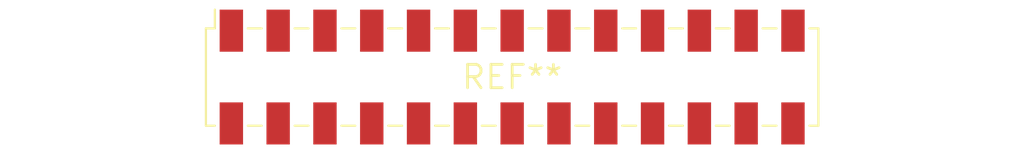
<source format=kicad_pcb>
(kicad_pcb (version 20240108) (generator pcbnew)
  (layers (0 "F.Cu" signal) (31 "B.Cu" signal) (34 "B.Paste" user) (35 "F.Paste" user) (36 "B.SilkS" user "B.Silkscreen") (37 "F.SilkS" user "F.Silkscreen") (38 "B.Mask" user) (39 "F.Mask" user) (44 "Edge.Cuts" user))
  (net 0 "")
  (footprint "Samtec_HLE-113-02-xxx-DV_2x13_P2.54mm_Horizontal" (layer "F.Cu") (at 0 0)
    (property "Reference" "REF**")
    (property "Value" "Samtec_HLE-113-02-xxx-DV_2x13_P2.54mm_Horizontal")
    (fp_line (start -16.62 -2.65) (end -16.62 2.65) (layer "F.SilkS") (stroke (width 0.12)))
    (fp_line (start -16.62 2.65) (end -16.135 2.65) (layer "F.SilkS") (stroke (width 0.12)))
    (fp_line (start -16.135 -3.67) (end -16.135 -2.65) (layer "F.SilkS") (stroke (width 0.12)))
    (fp_line (start -16.135 -2.65) (end -16.62 -2.65) (layer "F.SilkS") (stroke (width 0.12)))
    (fp_line (start -14.345 -2.65) (end -13.595 -2.65) (layer "F.SilkS") (stroke (width 0.12)))
    (fp_line (start -14.345 2.65) (end -13.595 2.65) (layer "F.SilkS") (stroke (width 0.12)))
    (fp_line (start -11.805 -2.65) (end -11.055 -2.65) (layer "F.SilkS") (stroke (width 0.12)))
    (fp_line (start -11.805 2.65) (end -11.055 2.65) (layer "F.SilkS") (stroke (width 0.12)))
    (fp_line (start -9.265 -2.65) (end -8.515 -2.65) (layer "F.SilkS") (stroke (width 0.12)))
    (fp_line (start -9.265 2.65) (end -8.515 2.65) (layer "F.SilkS") (stroke (width 0.12)))
    (fp_line (start -6.725 -2.65) (end -5.975 -2.65) (layer "F.SilkS") (stroke (width 0.12)))
    (fp_line (start -6.725 2.65) (end -5.975 2.65) (layer "F.SilkS") (stroke (width 0.12)))
    (fp_line (start -4.185 -2.65) (end -3.435 -2.65) (layer "F.SilkS") (stroke (width 0.12)))
    (fp_line (start -4.185 2.65) (end -3.435 2.65) (layer "F.SilkS") (stroke (width 0.12)))
    (fp_line (start -1.645 -2.65) (end -0.895 -2.65) (layer "F.SilkS") (stroke (width 0.12)))
    (fp_line (start -1.645 2.65) (end -0.895 2.65) (layer "F.SilkS") (stroke (width 0.12)))
    (fp_line (start 0.895 -2.65) (end 1.645 -2.65) (layer "F.SilkS") (stroke (width 0.12)))
    (fp_line (start 0.895 2.65) (end 1.645 2.65) (layer "F.SilkS") (stroke (width 0.12)))
    (fp_line (start 3.435 -2.65) (end 4.185 -2.65) (layer "F.SilkS") (stroke (width 0.12)))
    (fp_line (start 3.435 2.65) (end 4.185 2.65) (layer "F.SilkS") (stroke (width 0.12)))
    (fp_line (start 5.975 -2.65) (end 6.725 -2.65) (layer "F.SilkS") (stroke (width 0.12)))
    (fp_line (start 5.975 2.65) (end 6.725 2.65) (layer "F.SilkS") (stroke (width 0.12)))
    (fp_line (start 8.515 -2.65) (end 9.265 -2.65) (layer "F.SilkS") (stroke (width 0.12)))
    (fp_line (start 8.515 2.65) (end 9.265 2.65) (layer "F.SilkS") (stroke (width 0.12)))
    (fp_line (start 11.055 -2.65) (end 11.805 -2.65) (layer "F.SilkS") (stroke (width 0.12)))
    (fp_line (start 11.055 2.65) (end 11.805 2.65) (layer "F.SilkS") (stroke (width 0.12)))
    (fp_line (start 13.595 -2.65) (end 14.345 -2.65) (layer "F.SilkS") (stroke (width 0.12)))
    (fp_line (start 13.595 2.65) (end 14.345 2.65) (layer "F.SilkS") (stroke (width 0.12)))
    (fp_line (start 16.135 -2.65) (end 16.62 -2.65) (layer "F.SilkS") (stroke (width 0.12)))
    (fp_line (start 16.62 -2.65) (end 16.62 2.65) (layer "F.SilkS") (stroke (width 0.12)))
    (fp_line (start 16.62 2.65) (end 16.135 2.65) (layer "F.SilkS") (stroke (width 0.12)))
    (pad "1" smd rect (at -15.24 -2.525) (size 1.27 2.29) (layers "F.Cu" "F.Paste" "F.Mask"))
    (pad "2" smd rect (at -15.24 2.525) (size 1.27 2.29) (layers "F.Cu" "F.Paste" "F.Mask"))
    (pad "3" smd rect (at -12.7 -2.525) (size 1.27 2.29) (layers "F.Cu" "F.Paste" "F.Mask"))
    (pad "4" smd rect (at -12.7 2.525) (size 1.27 2.29) (layers "F.Cu" "F.Paste" "F.Mask"))
    (pad "5" smd rect (at -10.16 -2.525) (size 1.27 2.29) (layers "F.Cu" "F.Paste" "F.Mask"))
    (pad "6" smd rect (at -10.16 2.525) (size 1.27 2.29) (layers "F.Cu" "F.Paste" "F.Mask"))
    (pad "7" smd rect (at -7.62 -2.525) (size 1.27 2.29) (layers "F.Cu" "F.Paste" "F.Mask"))
    (pad "8" smd rect (at -7.62 2.525) (size 1.27 2.29) (layers "F.Cu" "F.Paste" "F.Mask"))
    (pad "9" smd rect (at -5.08 -2.525) (size 1.27 2.29) (layers "F.Cu" "F.Paste" "F.Mask"))
    (pad "10" smd rect (at -5.08 2.525) (size 1.27 2.29) (layers "F.Cu" "F.Paste" "F.Mask"))
    (pad "11" smd rect (at -2.54 -2.525) (size 1.27 2.29) (layers "F.Cu" "F.Paste" "F.Mask"))
    (pad "12" smd rect (at -2.54 2.525) (size 1.27 2.29) (layers "F.Cu" "F.Paste" "F.Mask"))
    (pad "13" smd rect (at 0 -2.525) (size 1.27 2.29) (layers "F.Cu" "F.Paste" "F.Mask"))
    (pad "14" smd rect (at 0 2.525) (size 1.27 2.29) (layers "F.Cu" "F.Paste" "F.Mask"))
    (pad "15" smd rect (at 2.54 -2.525) (size 1.27 2.29) (layers "F.Cu" "F.Paste" "F.Mask"))
    (pad "16" smd rect (at 2.54 2.525) (size 1.27 2.29) (layers "F.Cu" "F.Paste" "F.Mask"))
    (pad "17" smd rect (at 5.08 -2.525) (size 1.27 2.29) (layers "F.Cu" "F.Paste" "F.Mask"))
    (pad "18" smd rect (at 5.08 2.525) (size 1.27 2.29) (layers "F.Cu" "F.Paste" "F.Mask"))
    (pad "19" smd rect (at 7.62 -2.525) (size 1.27 2.29) (layers "F.Cu" "F.Paste" "F.Mask"))
    (pad "20" smd rect (at 7.62 2.525) (size 1.27 2.29) (layers "F.Cu" "F.Paste" "F.Mask"))
    (pad "21" smd rect (at 10.16 -2.525) (size 1.27 2.29) (layers "F.Cu" "F.Paste" "F.Mask"))
    (pad "22" smd rect (at 10.16 2.525) (size 1.27 2.29) (layers "F.Cu" "F.Paste" "F.Mask"))
    (pad "23" smd rect (at 12.7 -2.525) (size 1.27 2.29) (layers "F.Cu" "F.Paste" "F.Mask"))
    (pad "24" smd rect (at 12.7 2.525) (size 1.27 2.29) (layers "F.Cu" "F.Paste" "F.Mask"))
    (pad "25" smd rect (at 15.24 -2.525) (size 1.27 2.29) (layers "F.Cu" "F.Paste" "F.Mask"))
    (pad "26" smd rect (at 15.24 2.525) (size 1.27 2.29) (layers "F.Cu" "F.Paste" "F.Mask"))
  )
)
</source>
